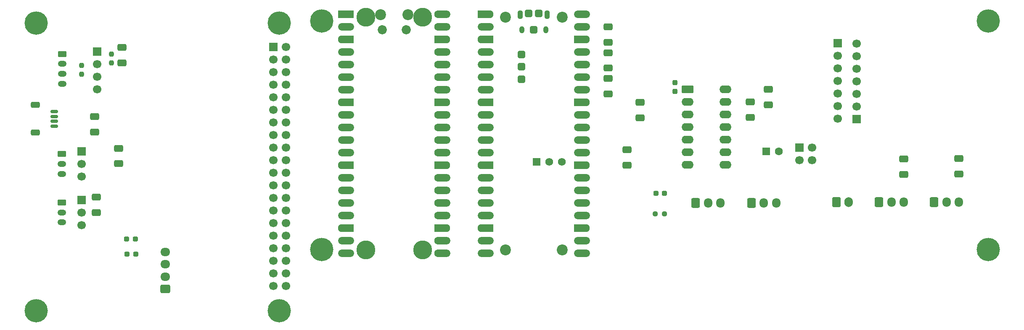
<source format=gbr>
%TF.GenerationSoftware,KiCad,Pcbnew,9.0.2*%
%TF.CreationDate,2025-06-02T17:23:56+01:00*%
%TF.ProjectId,TWUSDiySynthKit,54575553-4469-4795-9379-6e74684b6974,rev?*%
%TF.SameCoordinates,Original*%
%TF.FileFunction,Soldermask,Top*%
%TF.FilePolarity,Negative*%
%FSLAX46Y46*%
G04 Gerber Fmt 4.6, Leading zero omitted, Abs format (unit mm)*
G04 Created by KiCad (PCBNEW 9.0.2) date 2025-06-02 17:23:56*
%MOMM*%
%LPD*%
G01*
G04 APERTURE LIST*
G04 Aperture macros list*
%AMRoundRect*
0 Rectangle with rounded corners*
0 $1 Rounding radius*
0 $2 $3 $4 $5 $6 $7 $8 $9 X,Y pos of 4 corners*
0 Add a 4 corners polygon primitive as box body*
4,1,4,$2,$3,$4,$5,$6,$7,$8,$9,$2,$3,0*
0 Add four circle primitives for the rounded corners*
1,1,$1+$1,$2,$3*
1,1,$1+$1,$4,$5*
1,1,$1+$1,$6,$7*
1,1,$1+$1,$8,$9*
0 Add four rect primitives between the rounded corners*
20,1,$1+$1,$2,$3,$4,$5,0*
20,1,$1+$1,$4,$5,$6,$7,0*
20,1,$1+$1,$6,$7,$8,$9,0*
20,1,$1+$1,$8,$9,$2,$3,0*%
%AMFreePoly0*
4,1,37,0.000000,0.796148,0.078414,0.796148,0.232228,0.765552,0.377117,0.705537,0.507515,0.618408,0.618408,0.507515,0.705537,0.377117,0.765552,0.232228,0.796148,0.078414,0.796148,-0.078414,0.765552,-0.232228,0.705537,-0.377117,0.618408,-0.507515,0.507515,-0.618408,0.377117,-0.705537,0.232228,-0.765552,0.078414,-0.796148,0.000000,-0.796148,0.000000,-0.800000,-2.200000,-0.800000,
-2.203843,-0.796157,-2.239018,-0.796157,-2.311114,-0.766294,-2.366294,-0.711114,-2.396157,-0.639018,-2.396157,-0.603843,-2.400000,-0.600000,-2.400000,0.600000,-2.396157,0.603843,-2.396157,0.639018,-2.366294,0.711114,-2.311114,0.766294,-2.239018,0.796157,-2.203843,0.796157,-2.200000,0.800000,0.000000,0.800000,0.000000,0.796148,0.000000,0.796148,$1*%
%AMFreePoly1*
4,1,37,0.603843,0.796157,0.639018,0.796157,0.711114,0.766294,0.766294,0.711114,0.796157,0.639018,0.796157,0.603843,0.800000,0.600000,0.800000,-0.600000,0.796157,-0.603843,0.796157,-0.639018,0.766294,-0.711114,0.711114,-0.766294,0.639018,-0.796157,0.603843,-0.796157,0.600000,-0.800000,-1.600000,-0.800000,-1.600000,-0.796148,-1.678414,-0.796148,-1.832228,-0.765552,-1.977117,-0.705537,
-2.107515,-0.618408,-2.218408,-0.507515,-2.305537,-0.377117,-2.365552,-0.232228,-2.396148,-0.078414,-2.396148,0.078414,-2.365552,0.232228,-2.305537,0.377117,-2.218408,0.507515,-2.107515,0.618408,-1.977117,0.705537,-1.832228,0.765552,-1.678414,0.796148,-1.600000,0.796148,-1.600000,0.800000,0.600000,0.800000,0.603843,0.796157,0.603843,0.796157,$1*%
%AMFreePoly2*
4,1,37,1.600000,0.796148,1.678414,0.796148,1.832228,0.765552,1.977117,0.705537,2.107515,0.618408,2.218408,0.507515,2.305537,0.377117,2.365552,0.232228,2.396148,0.078414,2.396148,-0.078414,2.365552,-0.232228,2.305537,-0.377117,2.218408,-0.507515,2.107515,-0.618408,1.977117,-0.705537,1.832228,-0.765552,1.678414,-0.796148,1.600000,-0.796148,1.600000,-0.800000,-0.600000,-0.800000,
-0.603843,-0.796157,-0.639018,-0.796157,-0.711114,-0.766294,-0.766294,-0.711114,-0.796157,-0.639018,-0.796157,-0.603843,-0.800000,-0.600000,-0.800000,0.600000,-0.796157,0.603843,-0.796157,0.639018,-0.766294,0.711114,-0.711114,0.766294,-0.639018,0.796157,-0.603843,0.796157,-0.600000,0.800000,1.600000,0.800000,1.600000,0.796148,1.600000,0.796148,$1*%
%AMFreePoly3*
4,1,37,0.603843,0.796157,0.639018,0.796157,0.711114,0.766294,0.766294,0.711114,0.796157,0.639018,0.796157,0.603843,0.800000,0.600000,0.800000,-0.600000,0.796157,-0.603843,0.796157,-0.639018,0.766294,-0.711114,0.711114,-0.766294,0.639018,-0.796157,0.603843,-0.796157,0.600000,-0.800000,0.000000,-0.800000,0.000000,-0.796148,-0.078414,-0.796148,-0.232228,-0.765552,-0.377117,-0.705537,
-0.507515,-0.618408,-0.618408,-0.507515,-0.705537,-0.377117,-0.765552,-0.232228,-0.796148,-0.078414,-0.796148,0.078414,-0.765552,0.232228,-0.705537,0.377117,-0.618408,0.507515,-0.507515,0.618408,-0.377117,0.705537,-0.232228,0.765552,-0.078414,0.796148,0.000000,0.796148,0.000000,0.800000,0.600000,0.800000,0.603843,0.796157,0.603843,0.796157,$1*%
%AMFreePoly4*
4,1,37,0.000000,0.796148,0.078414,0.796148,0.232228,0.765552,0.377117,0.705537,0.507515,0.618408,0.618408,0.507515,0.705537,0.377117,0.765552,0.232228,0.796148,0.078414,0.796148,-0.078414,0.765552,-0.232228,0.705537,-0.377117,0.618408,-0.507515,0.507515,-0.618408,0.377117,-0.705537,0.232228,-0.765552,0.078414,-0.796148,0.000000,-0.796148,0.000000,-0.800000,-0.600000,-0.800000,
-0.603843,-0.796157,-0.639018,-0.796157,-0.711114,-0.766294,-0.766294,-0.711114,-0.796157,-0.639018,-0.796157,-0.603843,-0.800000,-0.600000,-0.800000,0.600000,-0.796157,0.603843,-0.796157,0.639018,-0.766294,0.711114,-0.711114,0.766294,-0.639018,0.796157,-0.603843,0.796157,-0.600000,0.800000,0.000000,0.800000,0.000000,0.796148,0.000000,0.796148,$1*%
G04 Aperture macros list end*
%ADD10C,4.700000*%
%ADD11R,1.700000X1.700000*%
%ADD12C,1.700000*%
%ADD13RoundRect,0.250000X-0.650000X0.412500X-0.650000X-0.412500X0.650000X-0.412500X0.650000X0.412500X0*%
%ADD14RoundRect,0.250000X0.650000X-0.412500X0.650000X0.412500X-0.650000X0.412500X-0.650000X-0.412500X0*%
%ADD15RoundRect,0.250000X-0.600000X-0.725000X0.600000X-0.725000X0.600000X0.725000X-0.600000X0.725000X0*%
%ADD16O,1.700000X1.950000*%
%ADD17C,2.200000*%
%ADD18RoundRect,0.250000X-0.600000X-0.750000X0.600000X-0.750000X0.600000X0.750000X-0.600000X0.750000X0*%
%ADD19O,1.700000X2.000000*%
%ADD20RoundRect,0.237500X-0.287500X-0.237500X0.287500X-0.237500X0.287500X0.237500X-0.287500X0.237500X0*%
%ADD21RoundRect,0.237500X-0.237500X0.250000X-0.237500X-0.250000X0.237500X-0.250000X0.237500X0.250000X0*%
%ADD22RoundRect,0.150000X-0.625000X0.150000X-0.625000X-0.150000X0.625000X-0.150000X0.625000X0.150000X0*%
%ADD23RoundRect,0.250000X-0.650000X0.350000X-0.650000X-0.350000X0.650000X-0.350000X0.650000X0.350000X0*%
%ADD24RoundRect,0.250000X-0.950000X-0.550000X0.950000X-0.550000X0.950000X0.550000X-0.950000X0.550000X0*%
%ADD25O,2.400000X1.600000*%
%ADD26RoundRect,0.250000X-0.625000X0.350000X-0.625000X-0.350000X0.625000X-0.350000X0.625000X0.350000X0*%
%ADD27O,1.750000X1.200000*%
%ADD28RoundRect,0.237500X0.237500X-0.287500X0.237500X0.287500X-0.237500X0.287500X-0.237500X-0.287500X0*%
%ADD29R,1.600000X1.600000*%
%ADD30C,1.600000*%
%ADD31RoundRect,0.250000X0.725000X-0.600000X0.725000X0.600000X-0.725000X0.600000X-0.725000X-0.600000X0*%
%ADD32O,1.950000X1.700000*%
%ADD33RoundRect,0.237500X0.250000X0.237500X-0.250000X0.237500X-0.250000X-0.237500X0.250000X-0.237500X0*%
%ADD34O,1.100000X1.800000*%
%ADD35O,1.050000X1.450000*%
%ADD36FreePoly0,0.000000*%
%ADD37RoundRect,0.800000X-0.800000X-0.000010X0.800000X-0.000010X0.800000X0.000010X-0.800000X0.000010X0*%
%ADD38FreePoly1,0.000000*%
%ADD39FreePoly2,0.000000*%
%ADD40RoundRect,0.200000X-0.587400X-0.587400X0.587400X-0.587400X0.587400X0.587400X-0.587400X0.587400X0*%
%ADD41C,1.574800*%
%ADD42RoundRect,0.300000X-0.450000X-0.450000X0.450000X-0.450000X0.450000X0.450000X-0.450000X0.450000X0*%
%ADD43C,3.800000*%
%ADD44C,1.850000*%
%ADD45RoundRect,0.200000X-0.600000X-0.600000X0.600000X-0.600000X0.600000X0.600000X-0.600000X0.600000X0*%
%ADD46FreePoly3,0.000000*%
%ADD47FreePoly4,0.000000*%
G04 APERTURE END LIST*
D10*
%TO.C,H9*%
X60600000Y-81600000D03*
%TD*%
D11*
%TO.C,J12*%
X69800000Y-49460000D03*
D12*
X69800000Y-52000000D03*
X69800000Y-54540000D03*
%TD*%
D13*
%TO.C,C5*%
X175800000Y-24337500D03*
X175800000Y-27462500D03*
%TD*%
D14*
%TO.C,C11*%
X77900000Y-31562500D03*
X77900000Y-28437500D03*
%TD*%
D15*
%TO.C,R3*%
X204600000Y-59900000D03*
D16*
X207100000Y-59900000D03*
X209600000Y-59900000D03*
%TD*%
D17*
%TO.C,H3*%
X155107034Y-22396492D03*
%TD*%
D10*
%TO.C,H8*%
X118100000Y-23100000D03*
%TD*%
D18*
%TO.C,J2*%
X221700000Y-59700000D03*
D19*
X224200000Y-59700000D03*
%TD*%
D15*
%TO.C,R1*%
X241400000Y-59750000D03*
D16*
X243900000Y-59750000D03*
X246400000Y-59750000D03*
%TD*%
D14*
%TO.C,C13*%
X77200000Y-51962500D03*
X77200000Y-48837500D03*
%TD*%
D10*
%TO.C,H11*%
X60600000Y-23600000D03*
%TD*%
D13*
%TO.C,C3*%
X179600000Y-49137500D03*
X179600000Y-52262500D03*
%TD*%
D10*
%TO.C,H12*%
X109600000Y-23600000D03*
%TD*%
D17*
%TO.C,H4*%
X166500000Y-22400000D03*
%TD*%
D11*
%TO.C,J3*%
X222000000Y-27650000D03*
D12*
X222000000Y-30190000D03*
X222000000Y-32730000D03*
X222000000Y-35270000D03*
X222000000Y-37810000D03*
X222000000Y-40350000D03*
X222000000Y-42890000D03*
%TD*%
D10*
%TO.C,H10*%
X109600000Y-81600000D03*
%TD*%
%TO.C,H5*%
X252300000Y-23100000D03*
%TD*%
D14*
%TO.C,C10*%
X246400000Y-54062500D03*
X246400000Y-50937500D03*
%TD*%
%TO.C,C14*%
X72700000Y-61825000D03*
X72700000Y-58700000D03*
%TD*%
D10*
%TO.C,H7*%
X118100000Y-69300000D03*
%TD*%
D20*
%TO.C,R13*%
X78825000Y-67200000D03*
X80575000Y-67200000D03*
%TD*%
D21*
%TO.C,R8*%
X75800000Y-29787500D03*
X75800000Y-31612500D03*
%TD*%
D11*
%TO.C,J1*%
X214300000Y-48675000D03*
D12*
X214300000Y-51215000D03*
X216840000Y-48675000D03*
X216840000Y-51215000D03*
%TD*%
D22*
%TO.C,J8*%
X64300000Y-41400000D03*
X64300000Y-42400000D03*
X64300000Y-43400000D03*
X64300000Y-44400000D03*
D23*
X60425000Y-40100000D03*
X60425000Y-45700000D03*
%TD*%
D13*
%TO.C,C6*%
X175800000Y-34737500D03*
X175800000Y-37862500D03*
%TD*%
D24*
%TO.C,U1*%
X191800000Y-36960000D03*
D25*
X191800000Y-39500000D03*
X191800000Y-42040000D03*
X191800000Y-44580000D03*
X191800000Y-47120000D03*
X191800000Y-49660000D03*
X191800000Y-52200000D03*
X199420000Y-52200000D03*
X199420000Y-49660000D03*
X199420000Y-47120000D03*
X199420000Y-44580000D03*
X199420000Y-42040000D03*
X199420000Y-39500000D03*
X199420000Y-36960000D03*
%TD*%
D21*
%TO.C,R9*%
X69800000Y-32100000D03*
X69800000Y-33925000D03*
%TD*%
D13*
%TO.C,C8*%
X182200000Y-39537500D03*
X182200000Y-42662500D03*
%TD*%
D26*
%TO.C,J9*%
X65800000Y-50000000D03*
D27*
X65800000Y-52000000D03*
X65800000Y-54000000D03*
%TD*%
D14*
%TO.C,C4*%
X175800000Y-32662500D03*
X175800000Y-29537500D03*
%TD*%
D28*
%TO.C,R4*%
X189200000Y-37375000D03*
X189200000Y-35625000D03*
%TD*%
D29*
%TO.C,C7*%
X207617621Y-49500000D03*
D30*
X210117621Y-49500000D03*
%TD*%
D15*
%TO.C,R6*%
X193400000Y-59900000D03*
D16*
X195900000Y-59900000D03*
X198400000Y-59900000D03*
%TD*%
D13*
%TO.C,C2*%
X204400000Y-39500000D03*
X204400000Y-42625000D03*
%TD*%
D31*
%TO.C,J6*%
X86650000Y-77250000D03*
D32*
X86650000Y-74750000D03*
X86650000Y-72250000D03*
X86650000Y-69750000D03*
%TD*%
D33*
%TO.C,R5*%
X187112500Y-62100000D03*
X185287500Y-62100000D03*
%TD*%
D15*
%TO.C,R2*%
X230300000Y-59750000D03*
D16*
X232800000Y-59750000D03*
X235300000Y-59750000D03*
%TD*%
D11*
%TO.C,J14*%
X72900000Y-29320000D03*
D12*
X72900000Y-31860000D03*
X72900000Y-34400000D03*
X72900000Y-36940000D03*
%TD*%
D34*
%TO.C,A1*%
X158075000Y-21900000D03*
D35*
X158375000Y-24930000D03*
X163225000Y-24930000D03*
D34*
X163525000Y-21900000D03*
D36*
X151910000Y-21770000D03*
D37*
X151110000Y-24310000D03*
D38*
X151910000Y-26850000D03*
D37*
X151110000Y-29390000D03*
X151110000Y-31930000D03*
X151110000Y-34470000D03*
X151110000Y-37010000D03*
D38*
X151910000Y-39550000D03*
D37*
X151110000Y-42090000D03*
X151110000Y-44630000D03*
X151110000Y-47170000D03*
X151110000Y-49710000D03*
D38*
X151910000Y-52250000D03*
D37*
X151110000Y-54790000D03*
X151110000Y-57330000D03*
X151110000Y-59870000D03*
X151110000Y-62410000D03*
D38*
X151910000Y-64950000D03*
D37*
X151110000Y-67490000D03*
X151110000Y-70030000D03*
X170490000Y-70030000D03*
X170490000Y-67490000D03*
D39*
X169690000Y-64950000D03*
D37*
X170490000Y-62410000D03*
X170490000Y-59870000D03*
X170490000Y-57330000D03*
X170490000Y-54790000D03*
D39*
X169690000Y-52250000D03*
D37*
X170490000Y-49710000D03*
X170490000Y-47170000D03*
X170490000Y-44630000D03*
X170490000Y-42090000D03*
D39*
X169690000Y-39550000D03*
D37*
X170490000Y-37010000D03*
X170490000Y-34470000D03*
X170490000Y-31930000D03*
X170490000Y-29390000D03*
D39*
X169690000Y-26850000D03*
D37*
X170490000Y-24310000D03*
X170490000Y-21770000D03*
D40*
X161384100Y-51600000D03*
D41*
X163924100Y-51600000D03*
X166464100Y-51600000D03*
D42*
X160800000Y-24900000D03*
X161800000Y-21600000D03*
X159800000Y-21600000D03*
X158300000Y-29900000D03*
X158300000Y-32400000D03*
X158300000Y-34900000D03*
%TD*%
D17*
%TO.C,H1*%
X155100000Y-69387787D03*
%TD*%
D26*
%TO.C,J10*%
X65800000Y-59800000D03*
D27*
X65800000Y-61800000D03*
X65800000Y-63800000D03*
%TD*%
D11*
%TO.C,J4*%
X225800000Y-42950000D03*
D12*
X225800000Y-40410000D03*
X225800000Y-37870000D03*
X225800000Y-35330000D03*
X225800000Y-32790000D03*
X225800000Y-30250000D03*
X225800000Y-27710000D03*
%TD*%
D20*
%TO.C,R7*%
X185400000Y-57900000D03*
X187150000Y-57900000D03*
%TD*%
D11*
%TO.C,J11*%
X69800000Y-59275000D03*
D12*
X69800000Y-61815000D03*
X69800000Y-64355000D03*
%TD*%
D20*
%TO.C,R12*%
X78900000Y-70200000D03*
X80650000Y-70200000D03*
%TD*%
D13*
%TO.C,C9*%
X208000000Y-36937500D03*
X208000000Y-40062500D03*
%TD*%
D17*
%TO.C,H2*%
X166500000Y-69400000D03*
%TD*%
D11*
%TO.C,J5*%
X108360000Y-28400000D03*
D12*
X110900000Y-28400000D03*
X108360000Y-30940000D03*
X110900000Y-30940000D03*
X108360000Y-33480000D03*
X110900000Y-33480000D03*
X108360000Y-36020000D03*
X110900000Y-36020000D03*
X108360000Y-38560000D03*
X110900000Y-38560000D03*
X108360000Y-41100000D03*
X110900000Y-41100000D03*
X108360000Y-43640000D03*
X110900000Y-43640000D03*
X108360000Y-46180000D03*
X110900000Y-46180000D03*
X108360000Y-48720000D03*
X110900000Y-48720000D03*
X108360000Y-51260000D03*
X110900000Y-51260000D03*
X108360000Y-53800000D03*
X110900000Y-53800000D03*
X108360000Y-56340000D03*
X110900000Y-56340000D03*
X108360000Y-58880000D03*
X110900000Y-58880000D03*
X108360000Y-61420000D03*
X110900000Y-61420000D03*
X108360000Y-63960000D03*
X110900000Y-63960000D03*
X108360000Y-66500000D03*
X110900000Y-66500000D03*
X108360000Y-69040000D03*
X110900000Y-69040000D03*
X108360000Y-71580000D03*
X110900000Y-71580000D03*
X108360000Y-74120000D03*
X110900000Y-74120000D03*
X108360000Y-76660000D03*
X110900000Y-76660000D03*
%TD*%
D13*
%TO.C,C12*%
X72400000Y-42437500D03*
X72400000Y-45562500D03*
%TD*%
D14*
%TO.C,C1*%
X235300000Y-54100000D03*
X235300000Y-50975000D03*
%TD*%
D10*
%TO.C,H6*%
X252300000Y-69300000D03*
%TD*%
D26*
%TO.C,J7*%
X65850000Y-29800000D03*
D27*
X65850000Y-31800000D03*
X65850000Y-33800000D03*
X65850000Y-35800000D03*
%TD*%
D43*
%TO.C,A2*%
X127000000Y-22400000D03*
X127000000Y-69400000D03*
D17*
X129975000Y-21900000D03*
D44*
X130275000Y-24930000D03*
X135125000Y-24930000D03*
D17*
X135425000Y-21900000D03*
D43*
X138400000Y-22400000D03*
X138400000Y-69400000D03*
D45*
X123810000Y-21770000D03*
D36*
X123810000Y-21770000D03*
D30*
X123810000Y-24310000D03*
D37*
X123010000Y-24310000D03*
D38*
X123810000Y-26850000D03*
D46*
X123810000Y-26850000D03*
D30*
X123810000Y-29390000D03*
D37*
X123010000Y-29390000D03*
D30*
X123810000Y-31930000D03*
D37*
X123010000Y-31930000D03*
D30*
X123810000Y-34470000D03*
D37*
X123010000Y-34470000D03*
D30*
X123810000Y-37010000D03*
D37*
X123010000Y-37010000D03*
D38*
X123810000Y-39550000D03*
D46*
X123810000Y-39550000D03*
D30*
X123810000Y-42090000D03*
D37*
X123010000Y-42090000D03*
D30*
X123810000Y-44630000D03*
D37*
X123010000Y-44630000D03*
D30*
X123810000Y-47170000D03*
D37*
X123010000Y-47170000D03*
D30*
X123810000Y-49710000D03*
D37*
X123010000Y-49710000D03*
D38*
X123810000Y-52250000D03*
D46*
X123810000Y-52250000D03*
D30*
X123810000Y-54790000D03*
D37*
X123010000Y-54790000D03*
D30*
X123810000Y-57330000D03*
D37*
X123010000Y-57330000D03*
D30*
X123810000Y-59870000D03*
D37*
X123010000Y-59870000D03*
D30*
X123810000Y-62410000D03*
D37*
X123010000Y-62410000D03*
D38*
X123810000Y-64950000D03*
D46*
X123810000Y-64950000D03*
D30*
X123810000Y-67490000D03*
D37*
X123010000Y-67490000D03*
D30*
X123810000Y-70030000D03*
D37*
X123010000Y-70030000D03*
D30*
X141590000Y-70030000D03*
D37*
X142390000Y-70030000D03*
D30*
X141590000Y-67490000D03*
D37*
X142390000Y-67490000D03*
D39*
X141590000Y-64950000D03*
D47*
X141590000Y-64950000D03*
D30*
X141590000Y-62410000D03*
D37*
X142390000Y-62410000D03*
D30*
X141590000Y-59870000D03*
D37*
X142390000Y-59870000D03*
D30*
X141590000Y-57330000D03*
D37*
X142390000Y-57330000D03*
D30*
X141590000Y-54790000D03*
D37*
X142390000Y-54790000D03*
D39*
X141590000Y-52250000D03*
D47*
X141590000Y-52250000D03*
D30*
X141590000Y-49710000D03*
D37*
X142390000Y-49710000D03*
D30*
X141590000Y-47170000D03*
D37*
X142390000Y-47170000D03*
D30*
X141590000Y-44630000D03*
D37*
X142390000Y-44630000D03*
D30*
X141590000Y-42090000D03*
D37*
X142390000Y-42090000D03*
D39*
X141590000Y-39550000D03*
D47*
X141590000Y-39550000D03*
D30*
X141590000Y-37010000D03*
D37*
X142390000Y-37010000D03*
D30*
X141590000Y-34470000D03*
D37*
X142390000Y-34470000D03*
D30*
X141590000Y-31930000D03*
D37*
X142390000Y-31930000D03*
D30*
X141590000Y-29390000D03*
D37*
X142390000Y-29390000D03*
D39*
X141590000Y-26850000D03*
D47*
X141590000Y-26850000D03*
D30*
X141590000Y-24310000D03*
D37*
X142390000Y-24310000D03*
D30*
X141590000Y-21770000D03*
D37*
X142390000Y-21770000D03*
%TD*%
M02*

</source>
